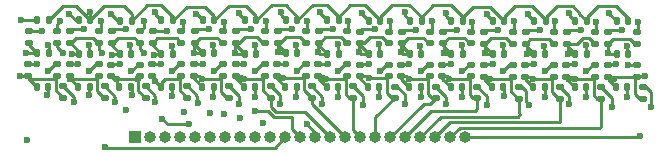
<source format=gbr>
%TF.GenerationSoftware,KiCad,Pcbnew,8.0.8-2.fc41*%
%TF.CreationDate,2025-02-01T06:38:30+00:00*%
%TF.ProjectId,small_led_a,736d616c-6c5f-46c6-9564-5f612e6b6963,rev?*%
%TF.SameCoordinates,Original*%
%TF.FileFunction,Copper,L1,Top*%
%TF.FilePolarity,Positive*%
%FSLAX46Y46*%
G04 Gerber Fmt 4.6, Leading zero omitted, Abs format (unit mm)*
G04 Created by KiCad (PCBNEW 8.0.8-2.fc41) date 2025-02-01 06:38:30*
%MOMM*%
%LPD*%
G01*
G04 APERTURE LIST*
G04 Aperture macros list*
%AMRoundRect*
0 Rectangle with rounded corners*
0 $1 Rounding radius*
0 $2 $3 $4 $5 $6 $7 $8 $9 X,Y pos of 4 corners*
0 Add a 4 corners polygon primitive as box body*
4,1,4,$2,$3,$4,$5,$6,$7,$8,$9,$2,$3,0*
0 Add four circle primitives for the rounded corners*
1,1,$1+$1,$2,$3*
1,1,$1+$1,$4,$5*
1,1,$1+$1,$6,$7*
1,1,$1+$1,$8,$9*
0 Add four rect primitives between the rounded corners*
20,1,$1+$1,$2,$3,$4,$5,0*
20,1,$1+$1,$4,$5,$6,$7,0*
20,1,$1+$1,$6,$7,$8,$9,0*
20,1,$1+$1,$8,$9,$2,$3,0*%
G04 Aperture macros list end*
%TA.AperFunction,SMDPad,CuDef*%
%ADD10RoundRect,0.147500X0.172500X-0.147500X0.172500X0.147500X-0.172500X0.147500X-0.172500X-0.147500X0*%
%TD*%
%TA.AperFunction,SMDPad,CuDef*%
%ADD11RoundRect,0.147500X-0.147500X-0.172500X0.147500X-0.172500X0.147500X0.172500X-0.147500X0.172500X0*%
%TD*%
%TA.AperFunction,ComponentPad*%
%ADD12R,1.000000X1.000000*%
%TD*%
%TA.AperFunction,ComponentPad*%
%ADD13O,1.000000X1.000000*%
%TD*%
%TA.AperFunction,ViaPad*%
%ADD14C,0.600000*%
%TD*%
%TA.AperFunction,Conductor*%
%ADD15C,0.250000*%
%TD*%
G04 APERTURE END LIST*
D10*
%TO.P,U15,k,k*%
%TO.N,k15*%
X114700000Y-60117500D03*
X114200000Y-58267500D03*
X114200000Y-55467500D03*
D11*
X112515000Y-53572500D03*
X112505000Y-56372500D03*
X112455000Y-59172500D03*
D10*
X111800000Y-55467500D03*
X111750000Y-58267500D03*
%TO.P,U15,h,h*%
%TO.N,h*%
X114700000Y-59147500D03*
D11*
%TO.P,U15,g,g*%
%TO.N,g*%
X113475000Y-56372500D03*
D10*
%TO.P,U15,f,f*%
%TO.N,f*%
X111800000Y-54497500D03*
%TO.P,U15,e,e*%
%TO.N,e*%
X111750000Y-57297500D03*
D11*
%TO.P,U15,d,d*%
%TO.N,d*%
X113425000Y-59172500D03*
D10*
%TO.P,U15,c,c*%
%TO.N,c*%
X114200000Y-57297500D03*
%TO.P,U15,b,b*%
%TO.N,b*%
X114200000Y-54497500D03*
D11*
%TO.P,U15,a,a*%
%TO.N,a*%
X113485000Y-53572500D03*
%TD*%
%TO.P,U14,a,a*%
%TO.N,a*%
X109985000Y-53572500D03*
D10*
%TO.P,U14,b,b*%
%TO.N,b*%
X110700000Y-54497500D03*
%TO.P,U14,c,c*%
%TO.N,c*%
X110700000Y-57297500D03*
D11*
%TO.P,U14,d,d*%
%TO.N,d*%
X109925000Y-59172500D03*
D10*
%TO.P,U14,e,e*%
%TO.N,e*%
X108250000Y-57297500D03*
%TO.P,U14,f,f*%
%TO.N,f*%
X108300000Y-54497500D03*
D11*
%TO.P,U14,g,g*%
%TO.N,g*%
X109975000Y-56372500D03*
D10*
%TO.P,U14,h,h*%
%TO.N,h*%
X111200000Y-59147500D03*
%TO.P,U14,k,k*%
%TO.N,k14*%
X108250000Y-58267500D03*
X108300000Y-55467500D03*
D11*
X108955000Y-59172500D03*
X109005000Y-56372500D03*
X109015000Y-53572500D03*
D10*
X110700000Y-55467500D03*
X110700000Y-58267500D03*
X111200000Y-60117500D03*
%TD*%
D11*
%TO.P,U13,a,a*%
%TO.N,a*%
X106485000Y-53572500D03*
D10*
%TO.P,U13,b,b*%
%TO.N,b*%
X107200000Y-54497500D03*
%TO.P,U13,c,c*%
%TO.N,c*%
X107200000Y-57297500D03*
D11*
%TO.P,U13,d,d*%
%TO.N,d*%
X106425000Y-59172500D03*
D10*
%TO.P,U13,e,e*%
%TO.N,e*%
X104750000Y-57297500D03*
%TO.P,U13,f,f*%
%TO.N,f*%
X104800000Y-54497500D03*
D11*
%TO.P,U13,g,g*%
%TO.N,g*%
X106475000Y-56372500D03*
D10*
%TO.P,U13,h,h*%
%TO.N,h*%
X107700000Y-59147500D03*
%TO.P,U13,k,k*%
%TO.N,k13*%
X104750000Y-58267500D03*
X104800000Y-55467500D03*
D11*
X105455000Y-59172500D03*
X105505000Y-56372500D03*
X105515000Y-53572500D03*
D10*
X107200000Y-55467500D03*
X107200000Y-58267500D03*
X107700000Y-60117500D03*
%TD*%
D11*
%TO.P,U12,a,a*%
%TO.N,a*%
X102985000Y-53572500D03*
D10*
%TO.P,U12,b,b*%
%TO.N,b*%
X103700000Y-54497500D03*
%TO.P,U12,c,c*%
%TO.N,c*%
X103700000Y-57297500D03*
D11*
%TO.P,U12,d,d*%
%TO.N,d*%
X102925000Y-59172500D03*
D10*
%TO.P,U12,e,e*%
%TO.N,e*%
X101250000Y-57297500D03*
%TO.P,U12,f,f*%
%TO.N,f*%
X101300000Y-54497500D03*
D11*
%TO.P,U12,g,g*%
%TO.N,g*%
X102975000Y-56372500D03*
D10*
%TO.P,U12,h,h*%
%TO.N,h*%
X104200000Y-59147500D03*
%TO.P,U12,k,k*%
%TO.N,k12*%
X101250000Y-58267500D03*
X101300000Y-55467500D03*
D11*
X101955000Y-59172500D03*
X102005000Y-56372500D03*
X102015000Y-53572500D03*
D10*
X103700000Y-55467500D03*
X103700000Y-58267500D03*
X104200000Y-60117500D03*
%TD*%
D11*
%TO.P,U11,a,a*%
%TO.N,a*%
X99485000Y-53555000D03*
D10*
%TO.P,U11,b,b*%
%TO.N,b*%
X100200000Y-54480000D03*
%TO.P,U11,c,c*%
%TO.N,c*%
X100200000Y-57280000D03*
D11*
%TO.P,U11,d,d*%
%TO.N,d*%
X99425000Y-59155000D03*
D10*
%TO.P,U11,e,e*%
%TO.N,e*%
X97750000Y-57280000D03*
%TO.P,U11,f,f*%
%TO.N,f*%
X97800000Y-54480000D03*
D11*
%TO.P,U11,g,g*%
%TO.N,g*%
X99475000Y-56355000D03*
D10*
%TO.P,U11,h,h*%
%TO.N,h*%
X100700000Y-59130000D03*
%TO.P,U11,k,k*%
%TO.N,k11*%
X97750000Y-58250000D03*
X97800000Y-55450000D03*
D11*
X98455000Y-59155000D03*
X98505000Y-56355000D03*
X98515000Y-53555000D03*
D10*
X100200000Y-55450000D03*
X100200000Y-58250000D03*
X100700000Y-60100000D03*
%TD*%
%TO.P,U10,k,k*%
%TO.N,k10*%
X97200000Y-60095000D03*
X96700000Y-58245000D03*
X96700000Y-55445000D03*
D11*
X95015000Y-53550000D03*
X95005000Y-56350000D03*
X94955000Y-59150000D03*
D10*
X94300000Y-55445000D03*
X94250000Y-58245000D03*
%TO.P,U10,h,h*%
%TO.N,h*%
X97200000Y-59125000D03*
D11*
%TO.P,U10,g,g*%
%TO.N,g*%
X95975000Y-56350000D03*
D10*
%TO.P,U10,f,f*%
%TO.N,f*%
X94300000Y-54475000D03*
%TO.P,U10,e,e*%
%TO.N,e*%
X94250000Y-57275000D03*
D11*
%TO.P,U10,d,d*%
%TO.N,d*%
X95925000Y-59150000D03*
D10*
%TO.P,U10,c,c*%
%TO.N,c*%
X96700000Y-57275000D03*
%TO.P,U10,b,b*%
%TO.N,b*%
X96700000Y-54475000D03*
D11*
%TO.P,U10,a,a*%
%TO.N,a*%
X95985000Y-53550000D03*
%TD*%
%TO.P,U9,a,a*%
%TO.N,a*%
X92485000Y-53522500D03*
D10*
%TO.P,U9,b,b*%
%TO.N,b*%
X93200000Y-54447500D03*
%TO.P,U9,c,c*%
%TO.N,c*%
X93200000Y-57247500D03*
D11*
%TO.P,U9,d,d*%
%TO.N,d*%
X92425000Y-59122500D03*
D10*
%TO.P,U9,e,e*%
%TO.N,e*%
X90750000Y-57247500D03*
%TO.P,U9,f,f*%
%TO.N,f*%
X90800000Y-54447500D03*
D11*
%TO.P,U9,g,g*%
%TO.N,g*%
X92475000Y-56322500D03*
D10*
%TO.P,U9,h,h*%
%TO.N,h*%
X93700000Y-59097500D03*
%TO.P,U9,k,k*%
%TO.N,k9*%
X90750000Y-58217500D03*
X90800000Y-55417500D03*
D11*
X91455000Y-59122500D03*
X91505000Y-56322500D03*
X91515000Y-53522500D03*
D10*
X93200000Y-55417500D03*
X93200000Y-58217500D03*
X93700000Y-60067500D03*
%TD*%
D11*
%TO.P,U8,a,a*%
%TO.N,a*%
X88985000Y-53505000D03*
D10*
%TO.P,U8,b,b*%
%TO.N,b*%
X89700000Y-54430000D03*
%TO.P,U8,c,c*%
%TO.N,c*%
X89700000Y-57230000D03*
D11*
%TO.P,U8,d,d*%
%TO.N,d*%
X88925000Y-59105000D03*
D10*
%TO.P,U8,e,e*%
%TO.N,e*%
X87250000Y-57230000D03*
%TO.P,U8,f,f*%
%TO.N,f*%
X87300000Y-54430000D03*
D11*
%TO.P,U8,g,g*%
%TO.N,g*%
X88975000Y-56305000D03*
D10*
%TO.P,U8,h,h*%
%TO.N,h*%
X90200000Y-59080000D03*
%TO.P,U8,k,k*%
%TO.N,k8*%
X87250000Y-58200000D03*
X87300000Y-55400000D03*
D11*
X87955000Y-59105000D03*
X88005000Y-56305000D03*
X88015000Y-53505000D03*
D10*
X89700000Y-55400000D03*
X89700000Y-58200000D03*
X90200000Y-60050000D03*
%TD*%
D11*
%TO.P,U3,a,a*%
%TO.N,a*%
X71435000Y-53515000D03*
D10*
%TO.P,U3,b,b*%
%TO.N,b*%
X72150000Y-54440000D03*
%TO.P,U3,c,c*%
%TO.N,c*%
X72150000Y-57240000D03*
D11*
%TO.P,U3,d,d*%
%TO.N,d*%
X71375000Y-59115000D03*
D10*
%TO.P,U3,e,e*%
%TO.N,e*%
X69700000Y-57240000D03*
%TO.P,U3,f,f*%
%TO.N,f*%
X69750000Y-54440000D03*
D11*
%TO.P,U3,g,g*%
%TO.N,g*%
X71425000Y-56315000D03*
D10*
%TO.P,U3,h,h*%
%TO.N,h*%
X72650000Y-59090000D03*
%TO.P,U3,k,k*%
%TO.N,k3*%
X69700000Y-58210000D03*
X69750000Y-55410000D03*
D11*
X70405000Y-59115000D03*
X70455000Y-56315000D03*
X70465000Y-53515000D03*
D10*
X72150000Y-55410000D03*
X72150000Y-58210000D03*
X72650000Y-60060000D03*
%TD*%
D11*
%TO.P,U2,a,a*%
%TO.N,a*%
X67935000Y-53505000D03*
D10*
%TO.P,U2,b,b*%
%TO.N,b*%
X68650000Y-54430000D03*
%TO.P,U2,c,c*%
%TO.N,c*%
X68650000Y-57230000D03*
D11*
%TO.P,U2,d,d*%
%TO.N,d*%
X67875000Y-59105000D03*
D10*
%TO.P,U2,e,e*%
%TO.N,e*%
X66200000Y-57230000D03*
%TO.P,U2,f,f*%
%TO.N,f*%
X66250000Y-54430000D03*
D11*
%TO.P,U2,g,g*%
%TO.N,g*%
X67925000Y-56305000D03*
D10*
%TO.P,U2,h,h*%
%TO.N,h*%
X69150000Y-59080000D03*
%TO.P,U2,k,k*%
%TO.N,k2*%
X66200000Y-58200000D03*
X66250000Y-55400000D03*
D11*
X66905000Y-59105000D03*
X66955000Y-56305000D03*
X66965000Y-53505000D03*
D10*
X68650000Y-55400000D03*
X68650000Y-58200000D03*
X69150000Y-60050000D03*
%TD*%
D11*
%TO.P,U1,a,a*%
%TO.N,a*%
X64435000Y-53500000D03*
D10*
%TO.P,U1,b,b*%
%TO.N,b*%
X65150000Y-54425000D03*
%TO.P,U1,c,c*%
%TO.N,c*%
X65150000Y-57225000D03*
D11*
%TO.P,U1,d,d*%
%TO.N,d*%
X64375000Y-59100000D03*
D10*
%TO.P,U1,e,e*%
%TO.N,e*%
X62700000Y-57225000D03*
%TO.P,U1,f,f*%
%TO.N,f*%
X62750000Y-54425000D03*
D11*
%TO.P,U1,g,g*%
%TO.N,g*%
X64425000Y-56300000D03*
D10*
%TO.P,U1,h,h*%
%TO.N,h*%
X65650000Y-59075000D03*
%TO.P,U1,k,k*%
%TO.N,k1*%
X62700000Y-58195000D03*
X62750000Y-55395000D03*
D11*
X63405000Y-59100000D03*
X63455000Y-56300000D03*
X63465000Y-53500000D03*
D10*
X65150000Y-55395000D03*
X65150000Y-58195000D03*
X65650000Y-60045000D03*
%TD*%
D11*
%TO.P,U5,a,a*%
%TO.N,a*%
X78455000Y-53500000D03*
D10*
%TO.P,U5,b,b*%
%TO.N,b*%
X79170000Y-54425000D03*
%TO.P,U5,c,c*%
%TO.N,c*%
X79170000Y-57225000D03*
D11*
%TO.P,U5,d,d*%
%TO.N,d*%
X78395000Y-59100000D03*
D10*
%TO.P,U5,e,e*%
%TO.N,e*%
X76720000Y-57225000D03*
%TO.P,U5,f,f*%
%TO.N,f*%
X76770000Y-54425000D03*
D11*
%TO.P,U5,g,g*%
%TO.N,g*%
X78445000Y-56300000D03*
D10*
%TO.P,U5,h,h*%
%TO.N,h*%
X79670000Y-59075000D03*
%TO.P,U5,k,k*%
%TO.N,k5*%
X76720000Y-58195000D03*
X76770000Y-55395000D03*
D11*
X77425000Y-59100000D03*
X77475000Y-56300000D03*
X77485000Y-53500000D03*
D10*
X79170000Y-55395000D03*
X79170000Y-58195000D03*
X79670000Y-60045000D03*
%TD*%
D11*
%TO.P,U7,a,a*%
%TO.N,a*%
X85485000Y-53500000D03*
D10*
%TO.P,U7,b,b*%
%TO.N,b*%
X86200000Y-54425000D03*
%TO.P,U7,c,c*%
%TO.N,c*%
X86200000Y-57225000D03*
D11*
%TO.P,U7,d,d*%
%TO.N,d*%
X85425000Y-59100000D03*
D10*
%TO.P,U7,e,e*%
%TO.N,e*%
X83750000Y-57225000D03*
%TO.P,U7,f,f*%
%TO.N,f*%
X83800000Y-54425000D03*
D11*
%TO.P,U7,g,g*%
%TO.N,g*%
X85475000Y-56300000D03*
D10*
%TO.P,U7,h,h*%
%TO.N,h*%
X86700000Y-59075000D03*
%TO.P,U7,k,k*%
%TO.N,k7*%
X83750000Y-58195000D03*
X83800000Y-55395000D03*
D11*
X84455000Y-59100000D03*
X84505000Y-56300000D03*
X84515000Y-53500000D03*
D10*
X86200000Y-55395000D03*
X86200000Y-58195000D03*
X86700000Y-60045000D03*
%TD*%
D11*
%TO.P,U4,a,a*%
%TO.N,a*%
X74935000Y-53505000D03*
D10*
%TO.P,U4,b,b*%
%TO.N,b*%
X75650000Y-54430000D03*
%TO.P,U4,c,c*%
%TO.N,c*%
X75650000Y-57230000D03*
D11*
%TO.P,U4,d,d*%
%TO.N,d*%
X74875000Y-59105000D03*
D10*
%TO.P,U4,e,e*%
%TO.N,e*%
X73200000Y-57230000D03*
%TO.P,U4,f,f*%
%TO.N,f*%
X73250000Y-54430000D03*
D11*
%TO.P,U4,g,g*%
%TO.N,g*%
X74925000Y-56305000D03*
D10*
%TO.P,U4,h,h*%
%TO.N,h*%
X76150000Y-59080000D03*
%TO.P,U4,k,k*%
%TO.N,k4*%
X73200000Y-58200000D03*
X73250000Y-55400000D03*
D11*
X73905000Y-59105000D03*
X73955000Y-56305000D03*
X73965000Y-53505000D03*
D10*
X75650000Y-55400000D03*
X75650000Y-58200000D03*
X76150000Y-60050000D03*
%TD*%
D11*
%TO.P,U6,a,a*%
%TO.N,a*%
X81985000Y-53505000D03*
D10*
%TO.P,U6,b,b*%
%TO.N,b*%
X82700000Y-54430000D03*
%TO.P,U6,c,c*%
%TO.N,c*%
X82700000Y-57230000D03*
D11*
%TO.P,U6,d,d*%
%TO.N,d*%
X81925000Y-59105000D03*
D10*
%TO.P,U6,e,e*%
%TO.N,e*%
X80250000Y-57230000D03*
%TO.P,U6,f,f*%
%TO.N,f*%
X80300000Y-54430000D03*
D11*
%TO.P,U6,g,g*%
%TO.N,g*%
X81975000Y-56305000D03*
D10*
%TO.P,U6,h,h*%
%TO.N,h*%
X83200000Y-59080000D03*
%TO.P,U6,k,k*%
%TO.N,k6*%
X80250000Y-58200000D03*
X80300000Y-55400000D03*
D11*
X80955000Y-59105000D03*
X81005000Y-56305000D03*
X81015000Y-53505000D03*
D10*
X82700000Y-55400000D03*
X82700000Y-58200000D03*
X83200000Y-60050000D03*
%TD*%
D12*
%TO.P,J1,1,Pin_1*%
%TO.N,a*%
X71760000Y-63400000D03*
D13*
%TO.P,J1,2,Pin_2*%
%TO.N,b*%
X73030000Y-63400000D03*
%TO.P,J1,3,Pin_3*%
%TO.N,c*%
X74300000Y-63400000D03*
%TO.P,J1,4,Pin_4*%
%TO.N,d*%
X75570000Y-63400000D03*
%TO.P,J1,5,Pin_5*%
%TO.N,e*%
X76840000Y-63400000D03*
%TO.P,J1,6,Pin_6*%
%TO.N,f*%
X78110000Y-63400000D03*
%TO.P,J1,7,Pin_7*%
%TO.N,g*%
X79380000Y-63400000D03*
%TO.P,J1,8,Pin_8*%
%TO.N,h*%
X80650000Y-63400000D03*
%TO.P,J1,9,Pin_9*%
%TO.N,k1*%
X81920000Y-63400000D03*
%TO.P,J1,10,Pin_10*%
%TO.N,k2*%
X83190000Y-63400000D03*
%TO.P,J1,11,Pin_11*%
%TO.N,k3*%
X84460000Y-63400000D03*
%TO.P,J1,12,Pin_12*%
%TO.N,k4*%
X85730000Y-63400000D03*
%TO.P,J1,13,Pin_13*%
%TO.N,k5*%
X87000000Y-63400000D03*
%TO.P,J1,14,Pin_14*%
%TO.N,k6*%
X88270000Y-63400000D03*
%TO.P,J1,15,Pin_15*%
%TO.N,k7*%
X89540000Y-63400000D03*
%TO.P,J1,16,Pin_16*%
%TO.N,k8*%
X90810000Y-63400000D03*
%TO.P,J1,17,Pin_17*%
%TO.N,k9*%
X92080000Y-63400000D03*
%TO.P,J1,18,Pin_18*%
%TO.N,k10*%
X93350000Y-63400000D03*
%TO.P,J1,19,Pin_19*%
%TO.N,k11*%
X94620000Y-63400000D03*
%TO.P,J1,20,Pin_20*%
%TO.N,k12*%
X95890000Y-63400000D03*
%TO.P,J1,21,Pin_21*%
%TO.N,k13*%
X97160000Y-63400000D03*
%TO.P,J1,22,Pin_22*%
%TO.N,k14*%
X98430000Y-63400000D03*
%TO.P,J1,23,Pin_23*%
%TO.N,k15*%
X99700000Y-63400000D03*
%TD*%
D14*
%TO.N,a*%
X67950000Y-52800000D03*
%TO.N,b*%
X71000000Y-61050000D03*
%TO.N,k4*%
X74050000Y-61850000D03*
%TO.N,e*%
X75850000Y-61250000D03*
%TO.N,f*%
X78050000Y-61300000D03*
%TO.N,g*%
X79250000Y-61450000D03*
%TO.N,k1*%
X62600000Y-63650000D03*
%TO.N,k2*%
X82550000Y-62150000D03*
%TO.N,k5*%
X86293058Y-62306942D03*
%TO.N,k3*%
X69150000Y-64200000D03*
%TO.N,k4*%
X76300000Y-62300000D03*
X81850000Y-61200000D03*
%TO.N,k15*%
X114900000Y-58250000D03*
X114450000Y-63300000D03*
%TO.N,k4*%
X73450000Y-52800000D03*
%TO.N,k5*%
X76900000Y-52950000D03*
%TO.N,k6*%
X80500000Y-52900000D03*
%TO.N,k7*%
X84050000Y-52800000D03*
%TO.N,k8*%
X87400000Y-52800000D03*
%TO.N,k9*%
X90950000Y-52850000D03*
%TO.N,k10*%
X94550000Y-52800000D03*
%TO.N,k11*%
X98100000Y-52850000D03*
%TO.N,k12*%
X101500000Y-52984753D03*
%TO.N,k13*%
X105000000Y-52925000D03*
%TO.N,k14*%
X108500000Y-52900000D03*
%TO.N,k15*%
X111900000Y-52900000D03*
%TO.N,k5*%
X76750000Y-56275352D03*
X77400000Y-58450000D03*
%TO.N,k6*%
X80200000Y-56218660D03*
X80950000Y-58450000D03*
%TO.N,k7*%
X83850000Y-56213261D03*
X84250000Y-58399999D03*
%TO.N,k8*%
X87250000Y-56166115D03*
X87900000Y-58450000D03*
%TO.N,k9*%
X90700000Y-56200000D03*
X91550000Y-58399999D03*
%TO.N,k10*%
X94250000Y-56150000D03*
X94900000Y-58449999D03*
%TO.N,k11*%
X97850000Y-56252394D03*
X98350000Y-58424999D03*
%TO.N,k12*%
X101400000Y-56234115D03*
X101750000Y-58442500D03*
%TO.N,k13*%
X104900000Y-56313293D03*
X105400000Y-58449999D03*
%TO.N,k14*%
X108350000Y-56313293D03*
X108950000Y-58450000D03*
%TO.N,k15*%
X111750000Y-56250000D03*
X112300000Y-58450000D03*
%TO.N,k4*%
X73400000Y-58600000D03*
X73350000Y-56435000D03*
%TO.N,h*%
X80650000Y-61800000D03*
%TO.N,k3*%
X72000000Y-58501132D03*
X72450000Y-56250000D03*
X70200000Y-58449999D03*
X69750000Y-56400000D03*
X69700000Y-52925000D03*
%TO.N,k2*%
X66263866Y-58449999D03*
X66158949Y-52925000D03*
X66389216Y-56356506D03*
X68950000Y-56250000D03*
%TO.N,k1*%
X61950000Y-58200000D03*
X62100000Y-53500000D03*
X62500000Y-56250000D03*
X65600000Y-56225581D03*
%TO.N,h*%
X66550000Y-60450000D03*
X70050000Y-60425000D03*
X73450000Y-60425000D03*
X77100000Y-60525000D03*
X80500000Y-60575000D03*
X84000000Y-60575000D03*
X87600000Y-60575000D03*
X91050000Y-60625000D03*
X94550000Y-60575000D03*
X98100000Y-60575000D03*
X101500000Y-60650000D03*
X105100000Y-60700000D03*
X108500000Y-60575000D03*
X112150000Y-60800000D03*
X115450000Y-60800000D03*
%TO.N,d*%
X113400000Y-59950000D03*
X109900000Y-59950000D03*
X106400000Y-59950000D03*
X102950000Y-59900000D03*
X99450000Y-59950000D03*
X95950000Y-59950000D03*
X92400000Y-59950000D03*
X88950000Y-60000000D03*
X85400000Y-59950000D03*
X81900000Y-59950000D03*
X78350000Y-59950000D03*
X74900000Y-59900000D03*
X71450000Y-59800000D03*
X67850000Y-59800000D03*
X64250000Y-59800000D03*
%TO.N,c*%
X64366549Y-57824999D03*
X67868326Y-57825000D03*
X71372061Y-57824999D03*
X74868327Y-57825000D03*
X78386550Y-57825000D03*
X81918326Y-57825000D03*
X85437119Y-57774999D03*
X88918327Y-57825000D03*
X92448537Y-57774999D03*
X95937119Y-57824999D03*
X99452667Y-57799999D03*
X102900000Y-57817500D03*
X106448537Y-57824999D03*
X109948538Y-57825000D03*
X113450000Y-57300000D03*
%TO.N,e*%
X112450000Y-57200000D03*
X108950000Y-57200000D03*
X105500000Y-57200000D03*
X101995554Y-57192500D03*
X98450000Y-57175000D03*
X94950000Y-57200000D03*
X91500000Y-57150000D03*
X88050000Y-57200000D03*
X84500000Y-57150000D03*
X80950000Y-57200000D03*
X77450000Y-57200000D03*
X73900000Y-57200000D03*
X70450000Y-57200000D03*
X66900000Y-57200000D03*
X63400000Y-57200000D03*
%TO.N,g*%
X113382369Y-55678134D03*
X109880001Y-55599122D03*
X106383466Y-55688293D03*
X102880001Y-55599122D03*
X99380001Y-55609115D03*
X95880415Y-55627394D03*
X92380001Y-55522457D03*
X88880001Y-55526222D03*
X85380001Y-55541115D03*
X81880689Y-55588261D03*
X78351344Y-55593660D03*
X74837863Y-55650352D03*
X71330189Y-55585770D03*
X67831477Y-55600429D03*
X64331901Y-55600581D03*
%TO.N,b*%
X114280000Y-53650000D03*
X110800000Y-53600000D03*
X107300000Y-53550000D03*
X103800000Y-53550000D03*
X100280000Y-53609753D03*
X96850000Y-53550000D03*
X93300000Y-53550000D03*
X89800000Y-53550000D03*
X86280000Y-53550000D03*
X82850000Y-53550000D03*
X79300000Y-53600000D03*
X75750000Y-53600000D03*
X72450000Y-53550000D03*
X68850000Y-53550000D03*
X65400000Y-53550000D03*
%TO.N,f*%
X113000000Y-54350000D03*
X109509979Y-54304795D03*
X106000000Y-54300000D03*
X102460173Y-54322511D03*
X99000000Y-54300000D03*
X95500000Y-54300000D03*
X92021191Y-54261781D03*
X88474484Y-54246866D03*
X84996974Y-54227753D03*
X81545672Y-54258160D03*
X78016987Y-54253855D03*
X74450000Y-54400000D03*
X70941949Y-54246053D03*
X67424312Y-54246968D03*
X63850000Y-54400000D03*
%TD*%
D15*
%TO.N,k4*%
X73400000Y-58600000D02*
X73905000Y-59105000D01*
X73400000Y-58600000D02*
X73400000Y-58400000D01*
X73400000Y-58400000D02*
X73200000Y-58200000D01*
%TO.N,b*%
X107200000Y-54497500D02*
X107200000Y-53650000D01*
X107200000Y-53650000D02*
X107300000Y-53550000D01*
%TO.N,a*%
X67950000Y-52800000D02*
X67950000Y-53490000D01*
X67950000Y-53490000D02*
X67935000Y-53505000D01*
%TO.N,k4*%
X74050000Y-61850000D02*
X74500000Y-62300000D01*
X74500000Y-62300000D02*
X76300000Y-62300000D01*
%TO.N,k5*%
X87000000Y-63013884D02*
X86293058Y-62306942D01*
X87000000Y-63400000D02*
X87000000Y-63013884D01*
%TO.N,k3*%
X69250000Y-64300000D02*
X69150000Y-64200000D01*
X83150000Y-64300000D02*
X69250000Y-64300000D01*
X84460000Y-63400000D02*
X83560000Y-64300000D01*
X83560000Y-64300000D02*
X83150000Y-64300000D01*
%TO.N,k4*%
X83013604Y-61200000D02*
X81850000Y-61200000D01*
X83250000Y-61436396D02*
X83013604Y-61200000D01*
X85000000Y-62670000D02*
X85000000Y-61700000D01*
X85730000Y-63400000D02*
X85000000Y-62670000D01*
X85000000Y-61700000D02*
X83513604Y-61700000D01*
X83513604Y-61700000D02*
X83250000Y-61436396D01*
%TO.N,k6*%
X88270000Y-63400000D02*
X86120000Y-61250000D01*
X86120000Y-61250000D02*
X83700000Y-61250000D01*
X83700000Y-61250000D02*
X83250000Y-60800000D01*
X83250000Y-60800000D02*
X83250000Y-60600000D01*
X83250000Y-60600000D02*
X83200000Y-60550000D01*
X83200000Y-60550000D02*
X83200000Y-60050000D01*
%TO.N,k7*%
X89540000Y-63400000D02*
X86700000Y-60560000D01*
X86700000Y-60560000D02*
X86700000Y-60045000D01*
%TO.N,k8*%
X90810000Y-63400000D02*
X90200000Y-62790000D01*
X90200000Y-62790000D02*
X90200000Y-60050000D01*
%TO.N,k9*%
X92080000Y-63400000D02*
X92080000Y-61687500D01*
X92080000Y-61687500D02*
X93700000Y-60067500D01*
%TO.N,k10*%
X93350000Y-63400000D02*
X96175000Y-60575000D01*
X96175000Y-60575000D02*
X96720000Y-60575000D01*
X96720000Y-60575000D02*
X97200000Y-60095000D01*
%TO.N,k11*%
X100500000Y-61200000D02*
X100700000Y-61000000D01*
X96820000Y-61200000D02*
X100500000Y-61200000D01*
X94620000Y-63400000D02*
X96820000Y-61200000D01*
X100700000Y-61000000D02*
X100700000Y-60100000D01*
%TO.N,k12*%
X95890000Y-63400000D02*
X97640000Y-61650000D01*
X97640000Y-61650000D02*
X104150000Y-61650000D01*
X104150000Y-61650000D02*
X104350000Y-61450000D01*
X104350000Y-61450000D02*
X104200000Y-61300000D01*
X104200000Y-61300000D02*
X104200000Y-60117500D01*
%TO.N,k13*%
X98435000Y-62125000D02*
X107650000Y-62125000D01*
X97160000Y-63400000D02*
X98435000Y-62125000D01*
X107650000Y-62125000D02*
X107700000Y-62075000D01*
X107700000Y-62075000D02*
X107700000Y-60117500D01*
%TO.N,k14*%
X98430000Y-63400000D02*
X99255000Y-62575000D01*
X111075000Y-62575000D02*
X111200000Y-62450000D01*
X99255000Y-62575000D02*
X111075000Y-62575000D01*
X111200000Y-62450000D02*
X111200000Y-60117500D01*
%TO.N,k15*%
X114900000Y-58250000D02*
X114217500Y-58250000D01*
X114217500Y-58250000D02*
X114200000Y-58267500D01*
X114350000Y-63400000D02*
X114450000Y-63300000D01*
X99700000Y-63400000D02*
X114350000Y-63400000D01*
%TO.N,a*%
X109985000Y-53572500D02*
X109985000Y-53252501D01*
X109985000Y-53252501D02*
X110962501Y-52275000D01*
X110962501Y-52275000D02*
X112425000Y-52275000D01*
X112425000Y-52275000D02*
X113485000Y-53335000D01*
X113485000Y-53335000D02*
X113485000Y-53572500D01*
X106485000Y-53572500D02*
X106485000Y-53252501D01*
X106485000Y-53252501D02*
X107462501Y-52275000D01*
X109985000Y-53550196D02*
X109985000Y-53572500D01*
X107462501Y-52275000D02*
X108775000Y-52275000D01*
X108775000Y-52275000D02*
X109359804Y-52859804D01*
X109359804Y-52859804D02*
X109359804Y-52925000D01*
X109359804Y-52925000D02*
X109985000Y-53550196D01*
X102985000Y-53572500D02*
X102985000Y-53252501D01*
X102985000Y-53252501D02*
X103937501Y-52300000D01*
X103937501Y-52300000D02*
X105300000Y-52300000D01*
X105300000Y-52300000D02*
X106485000Y-53485000D01*
X106485000Y-53485000D02*
X106485000Y-53572500D01*
X99485000Y-53235001D02*
X100360248Y-52359753D01*
X100360248Y-52359753D02*
X101794557Y-52359753D01*
X101794557Y-52359753D02*
X102985000Y-53550196D01*
X102985000Y-53550196D02*
X102985000Y-53572500D01*
X95985000Y-53230001D02*
X96990001Y-52225000D01*
X96990001Y-52225000D02*
X98474999Y-52225000D01*
X98474999Y-52225000D02*
X99485000Y-53235001D01*
X92485000Y-53522500D02*
X92485000Y-53202501D01*
X92485000Y-53202501D02*
X93512501Y-52175000D01*
X93512501Y-52175000D02*
X94929999Y-52175000D01*
X94929999Y-52175000D02*
X95985000Y-53230001D01*
X88985000Y-53185001D02*
X89945001Y-52225000D01*
X89945001Y-52225000D02*
X91209804Y-52225000D01*
X91209804Y-52225000D02*
X92485000Y-53500196D01*
X92485000Y-53500196D02*
X92485000Y-53522500D01*
X85485000Y-53500000D02*
X85485000Y-53461116D01*
X85485000Y-53461116D02*
X86771116Y-52175000D01*
X86771116Y-52175000D02*
X87974999Y-52175000D01*
X87974999Y-52175000D02*
X88985000Y-53185001D01*
X81985000Y-53505000D02*
X82011116Y-53505000D01*
X82011116Y-53505000D02*
X83341116Y-52175000D01*
X85485000Y-53180001D02*
X85485000Y-53500000D01*
X83341116Y-52175000D02*
X84479999Y-52175000D01*
X84479999Y-52175000D02*
X85485000Y-53180001D01*
X78455000Y-53500000D02*
X79680000Y-52275000D01*
X79680000Y-52275000D02*
X81125000Y-52275000D01*
X81125000Y-52275000D02*
X81985000Y-53135000D01*
X81985000Y-53135000D02*
X81985000Y-53505000D01*
X74935000Y-53505000D02*
X76115000Y-52325000D01*
X76115000Y-52325000D02*
X77625000Y-52325000D01*
X77625000Y-52325000D02*
X78455000Y-53155000D01*
X78455000Y-53155000D02*
X78455000Y-53500000D01*
X71435000Y-53515000D02*
X72775000Y-52175000D01*
X72775000Y-52175000D02*
X73924999Y-52175000D01*
X73924999Y-52175000D02*
X74935000Y-53185001D01*
X74935000Y-53185001D02*
X74935000Y-53505000D01*
X67935000Y-53505000D02*
X69140000Y-52300000D01*
X69140000Y-52300000D02*
X70800000Y-52300000D01*
X70800000Y-52300000D02*
X71435000Y-52935000D01*
X71435000Y-52935000D02*
X71435000Y-53515000D01*
%TO.N,k4*%
X73450000Y-52800000D02*
X73450000Y-52990000D01*
X73450000Y-52990000D02*
X73965000Y-53505000D01*
%TO.N,k5*%
X76900000Y-52950000D02*
X76935000Y-52950000D01*
X76935000Y-52950000D02*
X77485000Y-53500000D01*
%TO.N,k6*%
X80500000Y-52900000D02*
X80500000Y-52990000D01*
X80500000Y-52990000D02*
X81015000Y-53505000D01*
%TO.N,k7*%
X84050000Y-52800000D02*
X84050000Y-53035000D01*
X84050000Y-53035000D02*
X84515000Y-53500000D01*
%TO.N,k8*%
X87400000Y-52800000D02*
X87400000Y-52890000D01*
X87400000Y-52890000D02*
X88015000Y-53505000D01*
%TO.N,k9*%
X90950000Y-52850000D02*
X90950000Y-52957500D01*
X90950000Y-52957500D02*
X91515000Y-53522500D01*
%TO.N,k10*%
X94550000Y-52800000D02*
X94550000Y-53085000D01*
X94550000Y-53085000D02*
X95015000Y-53550000D01*
%TO.N,k11*%
X98100000Y-52850000D02*
X98100000Y-53140000D01*
X98100000Y-53140000D02*
X98515000Y-53555000D01*
%TO.N,k12*%
X101500000Y-52984753D02*
X101500000Y-53057500D01*
X101500000Y-53057500D02*
X102015000Y-53572500D01*
%TO.N,k13*%
X105000000Y-52925000D02*
X105000000Y-53057500D01*
X105000000Y-53057500D02*
X105515000Y-53572500D01*
%TO.N,k14*%
X108500000Y-52900000D02*
X108500000Y-53057500D01*
X108500000Y-53057500D02*
X109015000Y-53572500D01*
%TO.N,k15*%
X111900000Y-52957500D02*
X112515000Y-53572500D01*
X111900000Y-52900000D02*
X111900000Y-52957500D01*
%TO.N,k5*%
X77475000Y-56300000D02*
X76774648Y-56300000D01*
X76774648Y-56300000D02*
X76750000Y-56275352D01*
X76750000Y-56275352D02*
X76750000Y-55415000D01*
X76750000Y-55415000D02*
X76770000Y-55395000D01*
X77400000Y-58450000D02*
X78915000Y-58450000D01*
X76720000Y-58195000D02*
X77145000Y-58195000D01*
X77145000Y-58195000D02*
X77400000Y-58450000D01*
%TO.N,k6*%
X81005000Y-56305000D02*
X80286340Y-56305000D01*
X80286340Y-56305000D02*
X80200000Y-56218660D01*
X80200000Y-55500000D02*
X80300000Y-55400000D01*
X80200000Y-56218660D02*
X80200000Y-55500000D01*
X80700000Y-58200000D02*
X80950000Y-58450000D01*
X80250000Y-58200000D02*
X80700000Y-58200000D01*
%TO.N,k7*%
X84505000Y-56300000D02*
X83936739Y-56300000D01*
X83936739Y-56300000D02*
X83850000Y-56213261D01*
X83850000Y-56213261D02*
X83850000Y-55445000D01*
X83850000Y-55445000D02*
X83800000Y-55395000D01*
X84045001Y-58195000D02*
X84250000Y-58399999D01*
X83750000Y-58195000D02*
X84045001Y-58195000D01*
%TO.N,k8*%
X88005000Y-56305000D02*
X87388885Y-56305000D01*
X87388885Y-56305000D02*
X87250000Y-56166115D01*
X87250000Y-55450000D02*
X87300000Y-55400000D01*
X87250000Y-56166115D02*
X87250000Y-55450000D01*
X87650000Y-58200000D02*
X87900000Y-58450000D01*
X87250000Y-58200000D02*
X87650000Y-58200000D01*
%TO.N,k9*%
X91505000Y-56322500D02*
X90822500Y-56322500D01*
X90822500Y-56322500D02*
X90700000Y-56200000D01*
X90700000Y-56200000D02*
X90700000Y-55517500D01*
X90700000Y-55517500D02*
X90800000Y-55417500D01*
X91550000Y-58399999D02*
X93017501Y-58399999D01*
X91367501Y-58217500D02*
X91550000Y-58399999D01*
X90750000Y-58217500D02*
X91367501Y-58217500D01*
%TO.N,k10*%
X95005000Y-56350000D02*
X94450000Y-56350000D01*
X94450000Y-56350000D02*
X94250000Y-56150000D01*
X94250000Y-56150000D02*
X94250000Y-55495000D01*
X94250000Y-55495000D02*
X94300000Y-55445000D01*
X94900000Y-58449999D02*
X96495001Y-58449999D01*
X94250000Y-58245000D02*
X94695001Y-58245000D01*
X94695001Y-58245000D02*
X94900000Y-58449999D01*
%TO.N,k11*%
X98505000Y-56355000D02*
X97952606Y-56355000D01*
X97952606Y-56355000D02*
X97850000Y-56252394D01*
X97850000Y-55500000D02*
X97800000Y-55450000D01*
X97850000Y-56252394D02*
X97850000Y-55500000D01*
X98350000Y-58424999D02*
X100025001Y-58424999D01*
X97750000Y-58250000D02*
X98175001Y-58250000D01*
X98175001Y-58250000D02*
X98350000Y-58424999D01*
%TO.N,k12*%
X102005000Y-56372500D02*
X101538385Y-56372500D01*
X101538385Y-56372500D02*
X101400000Y-56234115D01*
X101400000Y-56234115D02*
X101400000Y-55567500D01*
X101400000Y-55567500D02*
X101300000Y-55467500D01*
X101575000Y-58267500D02*
X101750000Y-58442500D01*
X101250000Y-58267500D02*
X101575000Y-58267500D01*
%TO.N,k13*%
X105505000Y-56372500D02*
X104959207Y-56372500D01*
X104959207Y-56372500D02*
X104900000Y-56313293D01*
X104900000Y-56313293D02*
X104900000Y-55567500D01*
X104900000Y-55567500D02*
X104800000Y-55467500D01*
X105400000Y-58449999D02*
X107017501Y-58449999D01*
X104750000Y-58267500D02*
X105217501Y-58267500D01*
X105217501Y-58267500D02*
X105400000Y-58449999D01*
%TO.N,k14*%
X109005000Y-56372500D02*
X108409207Y-56372500D01*
X108409207Y-56372500D02*
X108350000Y-56313293D01*
X108350000Y-55517500D02*
X108300000Y-55467500D01*
X108350000Y-56313293D02*
X108350000Y-55517500D01*
X108767500Y-58267500D02*
X108950000Y-58450000D01*
X108250000Y-58267500D02*
X108767500Y-58267500D01*
%TO.N,k15*%
X112505000Y-56372500D02*
X111872500Y-56372500D01*
X111872500Y-56372500D02*
X111750000Y-56250000D01*
X111750000Y-55517500D02*
X111800000Y-55467500D01*
X111750000Y-56250000D02*
X111750000Y-55517500D01*
X111750000Y-58267500D02*
X112117500Y-58267500D01*
X112117500Y-58267500D02*
X112300000Y-58450000D01*
X114200000Y-58267500D02*
X114055000Y-58412500D01*
X114055000Y-58412500D02*
X114055000Y-59705000D01*
X114055000Y-59705000D02*
X114467500Y-60117500D01*
X114467500Y-60117500D02*
X114700000Y-60117500D01*
X111750000Y-58267500D02*
X114200000Y-58267500D01*
X111750000Y-58267500D02*
X111750000Y-58467500D01*
X111750000Y-58467500D02*
X112455000Y-59172500D01*
%TO.N,k14*%
X110700000Y-58267500D02*
X110555000Y-58412500D01*
X110555000Y-58412500D02*
X110555000Y-59792499D01*
X110555000Y-59792499D02*
X110880001Y-60117500D01*
X110880001Y-60117500D02*
X111200000Y-60117500D01*
X108250000Y-58267500D02*
X108250000Y-58467500D01*
X108250000Y-58467500D02*
X108955000Y-59172500D01*
X108250000Y-58267500D02*
X108432500Y-58450000D01*
X110517500Y-58450000D02*
X110700000Y-58267500D01*
X108432500Y-58450000D02*
X110517500Y-58450000D01*
%TO.N,k13*%
X107200000Y-58267500D02*
X107055000Y-58412500D01*
X107055000Y-58412500D02*
X107055000Y-59555000D01*
X107055000Y-59555000D02*
X107617500Y-60117500D01*
X107617500Y-60117500D02*
X107700000Y-60117500D01*
X104750000Y-58267500D02*
X104750000Y-58467500D01*
X104750000Y-58467500D02*
X105455000Y-59172500D01*
X107017501Y-58449999D02*
X107200000Y-58267500D01*
%TO.N,k12*%
X103700000Y-58267500D02*
X103555000Y-58412500D01*
X103555000Y-58412500D02*
X103555000Y-59494804D01*
X103555000Y-59494804D02*
X104177696Y-60117500D01*
X104177696Y-60117500D02*
X104200000Y-60117500D01*
X101250000Y-58267500D02*
X101250000Y-58467500D01*
X101250000Y-58467500D02*
X101955000Y-59172500D01*
X101250000Y-58267500D02*
X101425000Y-58442500D01*
X101425000Y-58442500D02*
X103525000Y-58442500D01*
X103525000Y-58442500D02*
X103700000Y-58267500D01*
%TO.N,k11*%
X100200000Y-58250000D02*
X100055000Y-58395000D01*
X100055000Y-58395000D02*
X100055000Y-59774999D01*
X100055000Y-59774999D02*
X100380001Y-60100000D01*
X100380001Y-60100000D02*
X100700000Y-60100000D01*
X97750000Y-58250000D02*
X97750000Y-58450000D01*
X97750000Y-58450000D02*
X98455000Y-59155000D01*
X100025001Y-58424999D02*
X100200000Y-58250000D01*
%TO.N,k10*%
X96700000Y-58245000D02*
X96555000Y-58390000D01*
X96555000Y-58390000D02*
X96555000Y-59769999D01*
X96555000Y-59769999D02*
X96880001Y-60095000D01*
X96880001Y-60095000D02*
X97200000Y-60095000D01*
X94250000Y-58245000D02*
X94250000Y-58445000D01*
X94250000Y-58445000D02*
X94955000Y-59150000D01*
X96495001Y-58449999D02*
X96700000Y-58245000D01*
%TO.N,k9*%
X93200000Y-58217500D02*
X93055000Y-58362500D01*
X93055000Y-58362500D02*
X93055000Y-59655000D01*
X93055000Y-59655000D02*
X93467500Y-60067500D01*
X93467500Y-60067500D02*
X93700000Y-60067500D01*
X93017501Y-58399999D02*
X93200000Y-58217500D01*
X90750000Y-58217500D02*
X90750000Y-58417500D01*
X90750000Y-58417500D02*
X91455000Y-59122500D01*
%TO.N,k8*%
X89700000Y-58200000D02*
X89555000Y-58345000D01*
X89555000Y-58345000D02*
X89555000Y-59724999D01*
X89555000Y-59724999D02*
X89880001Y-60050000D01*
X89880001Y-60050000D02*
X90200000Y-60050000D01*
X87250000Y-58200000D02*
X87250000Y-58400000D01*
X87250000Y-58400000D02*
X87955000Y-59105000D01*
X87250000Y-58200000D02*
X87500000Y-58450000D01*
X87500000Y-58450000D02*
X89450000Y-58450000D01*
X89450000Y-58450000D02*
X89700000Y-58200000D01*
%TO.N,k7*%
X86200000Y-58195000D02*
X86055000Y-58340000D01*
X86055000Y-58340000D02*
X86055000Y-59422304D01*
X86055000Y-59422304D02*
X86677696Y-60045000D01*
X86677696Y-60045000D02*
X86700000Y-60045000D01*
X83750000Y-58195000D02*
X83750000Y-58395000D01*
X83750000Y-58395000D02*
X84455000Y-59100000D01*
X83750000Y-58195000D02*
X83954999Y-58399999D01*
X83954999Y-58399999D02*
X85995001Y-58399999D01*
X85995001Y-58399999D02*
X86200000Y-58195000D01*
%TO.N,k6*%
X82700000Y-58200000D02*
X82555000Y-58345000D01*
X82555000Y-58345000D02*
X82555000Y-59427304D01*
X82555000Y-59427304D02*
X83177696Y-60050000D01*
X83177696Y-60050000D02*
X83200000Y-60050000D01*
X80250000Y-58200000D02*
X80500000Y-58450000D01*
X80500000Y-58450000D02*
X82450000Y-58450000D01*
X82450000Y-58450000D02*
X82700000Y-58200000D01*
X80250000Y-58200000D02*
X80250000Y-58400000D01*
X80250000Y-58400000D02*
X80955000Y-59105000D01*
%TO.N,k5*%
X76720000Y-58195000D02*
X76720000Y-58395000D01*
X76720000Y-58395000D02*
X77425000Y-59100000D01*
X79170000Y-58195000D02*
X79025000Y-58340000D01*
X79025000Y-58340000D02*
X79025000Y-59575000D01*
X79025000Y-59575000D02*
X79495000Y-60045000D01*
X79495000Y-60045000D02*
X79670000Y-60045000D01*
X78915000Y-58450000D02*
X79170000Y-58195000D01*
%TO.N,k4*%
X75650000Y-58200000D02*
X75505000Y-58345000D01*
X75505000Y-58345000D02*
X75505000Y-59427304D01*
X75505000Y-59427304D02*
X76127696Y-60050000D01*
X76127696Y-60050000D02*
X76150000Y-60050000D01*
X73905000Y-59105000D02*
X73905000Y-58785001D01*
X73905000Y-58785001D02*
X74240001Y-58450000D01*
X74240001Y-58450000D02*
X75400000Y-58450000D01*
X75400000Y-58450000D02*
X75650000Y-58200000D01*
%TO.N,k3*%
X72150000Y-55410000D02*
X72127696Y-55410000D01*
X69840000Y-55410000D02*
X69750000Y-55410000D01*
X72127696Y-55410000D02*
X71667696Y-54950000D01*
X71667696Y-54950000D02*
X70300000Y-54950000D01*
X70300000Y-54950000D02*
X69840000Y-55410000D01*
%TO.N,f*%
X70941949Y-54246053D02*
X69943947Y-54246053D01*
X69943947Y-54246053D02*
X69750000Y-54440000D01*
%TO.N,k5*%
X79170000Y-55395000D02*
X79147696Y-55395000D01*
X79147696Y-55395000D02*
X78702696Y-54950000D01*
X78702696Y-54950000D02*
X77237304Y-54950000D01*
X77237304Y-54950000D02*
X76792304Y-55395000D01*
X76792304Y-55395000D02*
X76770000Y-55395000D01*
%TO.N,f*%
X78016987Y-54253855D02*
X76941145Y-54253855D01*
X76941145Y-54253855D02*
X76770000Y-54425000D01*
%TO.N,k6*%
X82700000Y-55400000D02*
X82576312Y-55400000D01*
X82576312Y-55400000D02*
X82059472Y-54883160D01*
X82059472Y-54883160D02*
X81050856Y-54883160D01*
X81050856Y-54883160D02*
X80534016Y-55400000D01*
X80534016Y-55400000D02*
X80300000Y-55400000D01*
%TO.N,f*%
X81545672Y-54258160D02*
X80471840Y-54258160D01*
X80471840Y-54258160D02*
X80300000Y-54430000D01*
%TO.N,k7*%
X86200000Y-55395000D02*
X86170000Y-55395000D01*
X86170000Y-55395000D02*
X85675000Y-54900000D01*
X84005000Y-55395000D02*
X83800000Y-55395000D01*
X85675000Y-54900000D02*
X84500000Y-54900000D01*
X84500000Y-54900000D02*
X84005000Y-55395000D01*
X86200000Y-55395000D02*
X86245000Y-55395000D01*
X86245000Y-55395000D02*
X86250000Y-55400000D01*
%TO.N,f*%
X84996974Y-54227753D02*
X83997247Y-54227753D01*
X83997247Y-54227753D02*
X83800000Y-54425000D01*
%TO.N,k8*%
X89700000Y-55400000D02*
X89637663Y-55400000D01*
X89637663Y-55400000D02*
X89138885Y-54901222D01*
X89138885Y-54901222D02*
X87848778Y-54901222D01*
X87848778Y-54901222D02*
X87350000Y-55400000D01*
X87350000Y-55400000D02*
X87300000Y-55400000D01*
%TO.N,f*%
X88474484Y-54246866D02*
X87483134Y-54246866D01*
X87483134Y-54246866D02*
X87300000Y-54430000D01*
%TO.N,k9*%
X93200000Y-55417500D02*
X93158928Y-55417500D01*
X93158928Y-55417500D02*
X92638885Y-54897457D01*
X92638885Y-54897457D02*
X91602543Y-54897457D01*
X91082500Y-55417500D02*
X90800000Y-55417500D01*
X91602543Y-54897457D02*
X91082500Y-55417500D01*
%TO.N,f*%
X92021191Y-54261781D02*
X90985719Y-54261781D01*
X90985719Y-54261781D02*
X90800000Y-54447500D01*
%TO.N,k10*%
X96700000Y-55445000D02*
X96581905Y-55445000D01*
X96581905Y-55445000D02*
X96139299Y-55002394D01*
X94405000Y-55445000D02*
X94300000Y-55445000D01*
X96139299Y-55002394D02*
X94847606Y-55002394D01*
X94847606Y-55002394D02*
X94405000Y-55445000D01*
%TO.N,k11*%
X100200000Y-55450000D02*
X100104770Y-55450000D01*
X100104770Y-55450000D02*
X99615922Y-54961152D01*
X99615922Y-54961152D02*
X98311152Y-54961152D01*
X98311152Y-54961152D02*
X97822304Y-55450000D01*
X97822304Y-55450000D02*
X97800000Y-55450000D01*
%TO.N,k12*%
X103700000Y-55467500D02*
X103632263Y-55467500D01*
X103632263Y-55467500D02*
X103138885Y-54974122D01*
X103138885Y-54974122D02*
X101875878Y-54974122D01*
X101875878Y-54974122D02*
X101382500Y-55467500D01*
X101382500Y-55467500D02*
X101300000Y-55467500D01*
%TO.N,k13*%
X107200000Y-55467500D02*
X106795793Y-55063293D01*
X106795793Y-55063293D02*
X105204207Y-55063293D01*
X105204207Y-55063293D02*
X104800000Y-55467500D01*
%TO.N,k14*%
X108300000Y-55467500D02*
X109127739Y-55467500D01*
X109127739Y-55467500D02*
X109621117Y-54974122D01*
X109621117Y-54974122D02*
X110138885Y-54974122D01*
X110138885Y-54974122D02*
X110632263Y-55467500D01*
X110632263Y-55467500D02*
X110700000Y-55467500D01*
%TO.N,k15*%
X113641253Y-55053134D02*
X114095000Y-55506881D01*
X112214366Y-55053134D02*
X113641253Y-55053134D01*
X111800000Y-55467500D02*
X112214366Y-55053134D01*
%TO.N,k14*%
X108300000Y-55467500D02*
X108300000Y-55667500D01*
X108300000Y-55667500D02*
X109005000Y-56372500D01*
%TO.N,k13*%
X104800000Y-55467500D02*
X104800000Y-55667500D01*
X104800000Y-55667500D02*
X105505000Y-56372500D01*
%TO.N,k12*%
X101300000Y-55467500D02*
X101300000Y-55667500D01*
X101300000Y-55667500D02*
X102005000Y-56372500D01*
%TO.N,k11*%
X97800000Y-55450000D02*
X97800000Y-55650000D01*
X97800000Y-55650000D02*
X98505000Y-56355000D01*
%TO.N,k10*%
X94300000Y-55445000D02*
X94300000Y-55645000D01*
X94300000Y-55645000D02*
X95005000Y-56350000D01*
%TO.N,k9*%
X90800000Y-55417500D02*
X90800000Y-55617500D01*
X90800000Y-55617500D02*
X91505000Y-56322500D01*
%TO.N,k8*%
X87300000Y-55400000D02*
X87300000Y-55600000D01*
X87300000Y-55600000D02*
X88005000Y-56305000D01*
%TO.N,k7*%
X83800000Y-55395000D02*
X83800000Y-55595000D01*
X83800000Y-55595000D02*
X84505000Y-56300000D01*
%TO.N,k6*%
X80300000Y-55400000D02*
X80300000Y-55600000D01*
X80300000Y-55600000D02*
X81005000Y-56305000D01*
%TO.N,k5*%
X76770000Y-55395000D02*
X76770000Y-55595000D01*
X76770000Y-55595000D02*
X77475000Y-56300000D01*
%TO.N,k4*%
X73480000Y-56305000D02*
X73350000Y-56435000D01*
X73955000Y-56305000D02*
X73480000Y-56305000D01*
X73250000Y-55400000D02*
X73250000Y-55600000D01*
X73250000Y-55600000D02*
X73955000Y-56305000D01*
X73250000Y-55400000D02*
X73624648Y-55025352D01*
X73624648Y-55025352D02*
X75275352Y-55025352D01*
X75275352Y-55025352D02*
X75650000Y-55400000D01*
%TO.N,a*%
X71450000Y-53500000D02*
X71435000Y-53515000D01*
%TO.N,k3*%
X72150000Y-55950000D02*
X72450000Y-56250000D01*
X72150000Y-55410000D02*
X72150000Y-55950000D01*
X70200000Y-58449999D02*
X71910001Y-58449999D01*
X71910001Y-58449999D02*
X72150000Y-58210000D01*
X70200000Y-58449999D02*
X69939999Y-58449999D01*
X69939999Y-58449999D02*
X69700000Y-58210000D01*
X70200000Y-58449999D02*
X70200000Y-58910000D01*
X70200000Y-58910000D02*
X70405000Y-59115000D01*
X69835000Y-56315000D02*
X69750000Y-56400000D01*
X70455000Y-56315000D02*
X69835000Y-56315000D01*
X69750000Y-55410000D02*
X69750000Y-55610000D01*
X69750000Y-55610000D02*
X70455000Y-56315000D01*
X70290000Y-53515000D02*
X69700000Y-52925000D01*
X70465000Y-53515000D02*
X70290000Y-53515000D01*
%TO.N,a*%
X64435000Y-53500000D02*
X65635000Y-52300000D01*
X65635000Y-52300000D02*
X66752304Y-52300000D01*
X66752304Y-52300000D02*
X67935000Y-53482696D01*
X67935000Y-53482696D02*
X67935000Y-53505000D01*
%TO.N,k2*%
X66738949Y-53505000D02*
X66158949Y-52925000D01*
X66965000Y-53505000D02*
X66738949Y-53505000D01*
X68650000Y-55400000D02*
X68650000Y-55950000D01*
X68650000Y-55950000D02*
X68950000Y-56250000D01*
X66389216Y-56356506D02*
X66903494Y-56356506D01*
X66903494Y-56356506D02*
X66955000Y-56305000D01*
X68650000Y-55400000D02*
X68615000Y-55400000D01*
X68615000Y-55400000D02*
X68176152Y-54961152D01*
X68176152Y-54961152D02*
X66711152Y-54961152D01*
X66711152Y-54961152D02*
X66272304Y-55400000D01*
X66272304Y-55400000D02*
X66250000Y-55400000D01*
%TO.N,f*%
X66433032Y-54246968D02*
X66250000Y-54430000D01*
X67424312Y-54246968D02*
X66433032Y-54246968D01*
%TO.N,k2*%
X66955000Y-56305000D02*
X66955000Y-56105000D01*
X66955000Y-56105000D02*
X66250000Y-55400000D01*
X66200000Y-58200000D02*
X66450000Y-58450000D01*
X66450000Y-58450000D02*
X68400000Y-58450000D01*
X68400000Y-58450000D02*
X68650000Y-58200000D01*
X66200000Y-58200000D02*
X66200000Y-58400000D01*
X66200000Y-58400000D02*
X66905000Y-59105000D01*
%TO.N,k1*%
X62700000Y-58195000D02*
X62954999Y-58449999D01*
X62954999Y-58449999D02*
X64895001Y-58449999D01*
X64895001Y-58449999D02*
X65150000Y-58195000D01*
X62700000Y-58195000D02*
X62700000Y-58395000D01*
X62700000Y-58395000D02*
X63405000Y-59100000D01*
%TO.N,k3*%
X72150000Y-58210000D02*
X72005000Y-58355000D01*
X72005000Y-58355000D02*
X72005000Y-59437304D01*
X72005000Y-59437304D02*
X72627696Y-60060000D01*
X72627696Y-60060000D02*
X72650000Y-60060000D01*
%TO.N,k2*%
X68650000Y-58200000D02*
X68505000Y-58345000D01*
X68505000Y-58345000D02*
X68505000Y-59455000D01*
X68505000Y-59455000D02*
X69100000Y-60050000D01*
X69100000Y-60050000D02*
X69150000Y-60050000D01*
%TO.N,k1*%
X65150000Y-58195000D02*
X65005000Y-58340000D01*
X65005000Y-58340000D02*
X65005000Y-59422304D01*
X65005000Y-59422304D02*
X65627696Y-60045000D01*
X65627696Y-60045000D02*
X65650000Y-60045000D01*
X61955000Y-58195000D02*
X61950000Y-58200000D01*
X62700000Y-58195000D02*
X61955000Y-58195000D01*
X63405000Y-56250000D02*
X63455000Y-56300000D01*
X65150000Y-55395000D02*
X65150000Y-55775581D01*
X65150000Y-55775581D02*
X65600000Y-56225581D01*
X62500000Y-56250000D02*
X63405000Y-56250000D01*
X62750000Y-55395000D02*
X62750000Y-55595000D01*
X62750000Y-55595000D02*
X63455000Y-56300000D01*
%TO.N,h*%
X65672304Y-59075000D02*
X65650000Y-59075000D01*
X66550000Y-60450000D02*
X66550000Y-59952696D01*
X66550000Y-59952696D02*
X65672304Y-59075000D01*
X70050000Y-59957696D02*
X69172304Y-59080000D01*
X70050000Y-60425000D02*
X70050000Y-59957696D01*
X69172304Y-59080000D02*
X69150000Y-59080000D01*
X72672304Y-59090000D02*
X72650000Y-59090000D01*
X73450000Y-60425000D02*
X73450000Y-59867696D01*
X73450000Y-59867696D02*
X72672304Y-59090000D01*
X77000000Y-60425000D02*
X77000000Y-59907696D01*
X77100000Y-60525000D02*
X77000000Y-60425000D01*
X77000000Y-59907696D02*
X76172304Y-59080000D01*
X76172304Y-59080000D02*
X76150000Y-59080000D01*
X80500000Y-60575000D02*
X80500000Y-59882696D01*
X80500000Y-59882696D02*
X79692304Y-59075000D01*
X79692304Y-59075000D02*
X79670000Y-59075000D01*
X84000000Y-60575000D02*
X84000000Y-59857696D01*
X84000000Y-59857696D02*
X83222304Y-59080000D01*
X83222304Y-59080000D02*
X83200000Y-59080000D01*
X87600000Y-60575000D02*
X87600000Y-59952696D01*
X87600000Y-59952696D02*
X86722304Y-59075000D01*
X86722304Y-59075000D02*
X86700000Y-59075000D01*
X91050000Y-60625000D02*
X91050000Y-59907696D01*
X91050000Y-59907696D02*
X90222304Y-59080000D01*
X90222304Y-59080000D02*
X90200000Y-59080000D01*
X94550000Y-60575000D02*
X94550000Y-59737304D01*
X94550000Y-59737304D02*
X93910196Y-59097500D01*
X93910196Y-59097500D02*
X93700000Y-59097500D01*
X98100000Y-60575000D02*
X98100000Y-60002696D01*
X98100000Y-60002696D02*
X97222304Y-59125000D01*
X97222304Y-59125000D02*
X97200000Y-59125000D01*
X101500000Y-60650000D02*
X101500000Y-59907696D01*
X101500000Y-59907696D02*
X100722304Y-59130000D01*
X100722304Y-59130000D02*
X100700000Y-59130000D01*
X104845000Y-59472501D02*
X104519999Y-59147500D01*
X104519999Y-59147500D02*
X104200000Y-59147500D01*
X105100000Y-60700000D02*
X104845000Y-60445000D01*
X104845000Y-60445000D02*
X104845000Y-59472501D01*
X107722304Y-59147500D02*
X107700000Y-59147500D01*
X108500000Y-60575000D02*
X108500000Y-59925196D01*
X108500000Y-59925196D02*
X107722304Y-59147500D01*
X114700000Y-59147500D02*
X115019999Y-59147500D01*
X115019999Y-59147500D02*
X115450000Y-59577501D01*
X115450000Y-59577501D02*
X115450000Y-60800000D01*
X112150000Y-60800000D02*
X112150000Y-60075196D01*
X112150000Y-60075196D02*
X111222304Y-59147500D01*
X111222304Y-59147500D02*
X111200000Y-59147500D01*
%TO.N,d*%
X109925000Y-59172500D02*
X109925000Y-59925000D01*
X109925000Y-59925000D02*
X109900000Y-59950000D01*
X113400000Y-59950000D02*
X113400000Y-59197500D01*
X113400000Y-59197500D02*
X113425000Y-59172500D01*
X106400000Y-59950000D02*
X106400000Y-59197500D01*
X106400000Y-59197500D02*
X106425000Y-59172500D01*
X99450000Y-59180000D02*
X99425000Y-59155000D01*
X99450000Y-59950000D02*
X99450000Y-59180000D01*
X95950000Y-59175000D02*
X95925000Y-59150000D01*
X95950000Y-59950000D02*
X95950000Y-59175000D01*
X92400000Y-59950000D02*
X92400000Y-59147500D01*
X92400000Y-59147500D02*
X92425000Y-59122500D01*
X88950000Y-60000000D02*
X88950000Y-59130000D01*
X88950000Y-59130000D02*
X88925000Y-59105000D01*
X85400000Y-59950000D02*
X85400000Y-59125000D01*
X85400000Y-59125000D02*
X85425000Y-59100000D01*
X81900000Y-59950000D02*
X81900000Y-59130000D01*
X81900000Y-59130000D02*
X81925000Y-59105000D01*
X78350000Y-59145000D02*
X78395000Y-59100000D01*
X78350000Y-59950000D02*
X78350000Y-59145000D01*
X74900000Y-59900000D02*
X74900000Y-59130000D01*
X74900000Y-59130000D02*
X74875000Y-59105000D01*
X71450000Y-59800000D02*
X71450000Y-59190000D01*
X71450000Y-59190000D02*
X71375000Y-59115000D01*
X67850000Y-59800000D02*
X67850000Y-59130000D01*
X64375000Y-59100000D02*
X64375000Y-59675000D01*
X64375000Y-59675000D02*
X64250000Y-59800000D01*
X67850000Y-59130000D02*
X67875000Y-59105000D01*
%TO.N,c*%
X64366549Y-57824999D02*
X64966548Y-57225000D01*
X64966548Y-57225000D02*
X65150000Y-57225000D01*
X67868326Y-57825000D02*
X68463326Y-57230000D01*
X68463326Y-57230000D02*
X68650000Y-57230000D01*
X71372061Y-57824999D02*
X71957060Y-57240000D01*
X71957060Y-57240000D02*
X72150000Y-57240000D01*
X75463327Y-57230000D02*
X75650000Y-57230000D01*
X74868327Y-57825000D02*
X75463327Y-57230000D01*
X78386550Y-57825000D02*
X78986550Y-57225000D01*
X78986550Y-57225000D02*
X79170000Y-57225000D01*
X81918326Y-57825000D02*
X82513326Y-57230000D01*
X82513326Y-57230000D02*
X82700000Y-57230000D01*
X85437119Y-57774999D02*
X85987118Y-57225000D01*
X85987118Y-57225000D02*
X86200000Y-57225000D01*
X89513327Y-57230000D02*
X89700000Y-57230000D01*
X88918327Y-57825000D02*
X89513327Y-57230000D01*
X92448537Y-57774999D02*
X92976036Y-57247500D01*
X92976036Y-57247500D02*
X93200000Y-57247500D01*
X95937119Y-57824999D02*
X96487118Y-57275000D01*
X96487118Y-57275000D02*
X96700000Y-57275000D01*
X99972666Y-57280000D02*
X100200000Y-57280000D01*
X99452667Y-57799999D02*
X99972666Y-57280000D01*
X102900000Y-57817500D02*
X103420000Y-57297500D01*
X103420000Y-57297500D02*
X103700000Y-57297500D01*
X106448537Y-57824999D02*
X106976036Y-57297500D01*
X106976036Y-57297500D02*
X107200000Y-57297500D01*
X114200000Y-57297500D02*
X113452500Y-57297500D01*
X110476038Y-57297500D02*
X110700000Y-57297500D01*
X113452500Y-57297500D02*
X113450000Y-57300000D01*
X109948538Y-57825000D02*
X110476038Y-57297500D01*
%TO.N,e*%
X111847500Y-57200000D02*
X111750000Y-57297500D01*
X112450000Y-57200000D02*
X111847500Y-57200000D01*
X108950000Y-57200000D02*
X108347500Y-57200000D01*
X108347500Y-57200000D02*
X108250000Y-57297500D01*
X105500000Y-57200000D02*
X104847500Y-57200000D01*
X104847500Y-57200000D02*
X104750000Y-57297500D01*
X101995554Y-57192500D02*
X101355000Y-57192500D01*
X101355000Y-57192500D02*
X101250000Y-57297500D01*
X98450000Y-57175000D02*
X97855000Y-57175000D01*
X97855000Y-57175000D02*
X97750000Y-57280000D01*
X94950000Y-57200000D02*
X94325000Y-57200000D01*
X94325000Y-57200000D02*
X94250000Y-57275000D01*
X90847500Y-57150000D02*
X90750000Y-57247500D01*
X91500000Y-57150000D02*
X90847500Y-57150000D01*
X88050000Y-57200000D02*
X87280000Y-57200000D01*
X87280000Y-57200000D02*
X87250000Y-57230000D01*
X84500000Y-57150000D02*
X83825000Y-57150000D01*
X83825000Y-57150000D02*
X83750000Y-57225000D01*
X80280000Y-57200000D02*
X80250000Y-57230000D01*
X80950000Y-57200000D02*
X80280000Y-57200000D01*
X77450000Y-57200000D02*
X76745000Y-57200000D01*
X76745000Y-57200000D02*
X76720000Y-57225000D01*
X73900000Y-57200000D02*
X73230000Y-57200000D01*
X73230000Y-57200000D02*
X73200000Y-57230000D01*
X70450000Y-57200000D02*
X69740000Y-57200000D01*
X69740000Y-57200000D02*
X69700000Y-57240000D01*
X66900000Y-57200000D02*
X66230000Y-57200000D01*
X62700000Y-57225000D02*
X63375000Y-57225000D01*
X63375000Y-57225000D02*
X63400000Y-57200000D01*
X66230000Y-57200000D02*
X66200000Y-57230000D01*
%TO.N,g*%
X113382369Y-55678134D02*
X113382369Y-56279869D01*
X113382369Y-56279869D02*
X113475000Y-56372500D01*
X109880001Y-55599122D02*
X109880001Y-56277501D01*
X109880001Y-56277501D02*
X109975000Y-56372500D01*
X106383466Y-56280966D02*
X106475000Y-56372500D01*
X106383466Y-55688293D02*
X106383466Y-56280966D01*
X102880001Y-55599122D02*
X102880001Y-56277501D01*
X102880001Y-56277501D02*
X102975000Y-56372500D01*
X99380001Y-55609115D02*
X99380001Y-56260001D01*
X99380001Y-56260001D02*
X99475000Y-56355000D01*
X95880415Y-55627394D02*
X95880415Y-56255415D01*
X95880415Y-56255415D02*
X95975000Y-56350000D01*
X92380001Y-55522457D02*
X92380001Y-56227501D01*
X92380001Y-56227501D02*
X92475000Y-56322500D01*
X88880001Y-56210001D02*
X88975000Y-56305000D01*
X88880001Y-55526222D02*
X88880001Y-56210001D01*
X85380001Y-55541115D02*
X85380001Y-56205001D01*
X85380001Y-56205001D02*
X85475000Y-56300000D01*
X81880689Y-55588261D02*
X81880689Y-56210689D01*
X81880689Y-56210689D02*
X81975000Y-56305000D01*
X78351344Y-55593660D02*
X78351344Y-56206344D01*
X78351344Y-56206344D02*
X78445000Y-56300000D01*
X74837863Y-55650352D02*
X74837863Y-56217863D01*
X74837863Y-56217863D02*
X74925000Y-56305000D01*
X71330189Y-55585770D02*
X71330189Y-56220189D01*
X71330189Y-56220189D02*
X71425000Y-56315000D01*
X67831477Y-56211477D02*
X67925000Y-56305000D01*
X64425000Y-56300000D02*
X64425000Y-55693680D01*
X64425000Y-55693680D02*
X64331901Y-55600581D01*
X67831477Y-55600429D02*
X67831477Y-56211477D01*
%TO.N,a*%
X99485000Y-53555000D02*
X99485000Y-53235001D01*
X95985000Y-53550000D02*
X95985000Y-53230001D01*
X88985000Y-53505000D02*
X88985000Y-53185001D01*
%TO.N,b*%
X110800000Y-53600000D02*
X110800000Y-54397500D01*
X110800000Y-54397500D02*
X110700000Y-54497500D01*
X114280000Y-53650000D02*
X114280000Y-54417500D01*
X114280000Y-54417500D02*
X114200000Y-54497500D01*
X103800000Y-53550000D02*
X103800000Y-54397500D01*
X103800000Y-54397500D02*
X103700000Y-54497500D01*
X100280000Y-53609753D02*
X100280000Y-54400000D01*
X100280000Y-54400000D02*
X100200000Y-54480000D01*
X96850000Y-53550000D02*
X96850000Y-54325000D01*
X96850000Y-54325000D02*
X96700000Y-54475000D01*
X93300000Y-53550000D02*
X93300000Y-54347500D01*
X93300000Y-54347500D02*
X93200000Y-54447500D01*
X89800000Y-53550000D02*
X89800000Y-54330000D01*
X89800000Y-54330000D02*
X89700000Y-54430000D01*
X86280000Y-53550000D02*
X86280000Y-54345000D01*
X86280000Y-54345000D02*
X86200000Y-54425000D01*
X82850000Y-53550000D02*
X82850000Y-54280000D01*
X82850000Y-54280000D02*
X82700000Y-54430000D01*
X79300000Y-53600000D02*
X79300000Y-54295000D01*
X79300000Y-54295000D02*
X79170000Y-54425000D01*
X75750000Y-53600000D02*
X75750000Y-54330000D01*
X75750000Y-54330000D02*
X75650000Y-54430000D01*
X72450000Y-53550000D02*
X72450000Y-54140000D01*
X72450000Y-54140000D02*
X72150000Y-54440000D01*
X65150000Y-54425000D02*
X65150000Y-53800000D01*
X65150000Y-53800000D02*
X65400000Y-53550000D01*
X68850000Y-53550000D02*
X68850000Y-54230000D01*
X68850000Y-54230000D02*
X68650000Y-54430000D01*
%TO.N,f*%
X113000000Y-54350000D02*
X111947500Y-54350000D01*
X111947500Y-54350000D02*
X111800000Y-54497500D01*
X108492705Y-54304795D02*
X108300000Y-54497500D01*
X109509979Y-54304795D02*
X108492705Y-54304795D01*
X106000000Y-54300000D02*
X104997500Y-54300000D01*
X104997500Y-54300000D02*
X104800000Y-54497500D01*
X102460173Y-54322511D02*
X101474989Y-54322511D01*
X101474989Y-54322511D02*
X101300000Y-54497500D01*
X99000000Y-54300000D02*
X97980000Y-54300000D01*
X97980000Y-54300000D02*
X97800000Y-54480000D01*
X95500000Y-54300000D02*
X94475000Y-54300000D01*
X94475000Y-54300000D02*
X94300000Y-54475000D01*
X74450000Y-54400000D02*
X73280000Y-54400000D01*
X73280000Y-54400000D02*
X73250000Y-54430000D01*
X62750000Y-54425000D02*
X63825000Y-54425000D01*
X63825000Y-54425000D02*
X63850000Y-54400000D01*
%TO.N,d*%
X102950000Y-59197500D02*
X102925000Y-59172500D01*
X102950000Y-59900000D02*
X102950000Y-59197500D01*
%TO.N,k1*%
X63465000Y-53500000D02*
X62100000Y-53500000D01*
%TD*%
M02*

</source>
